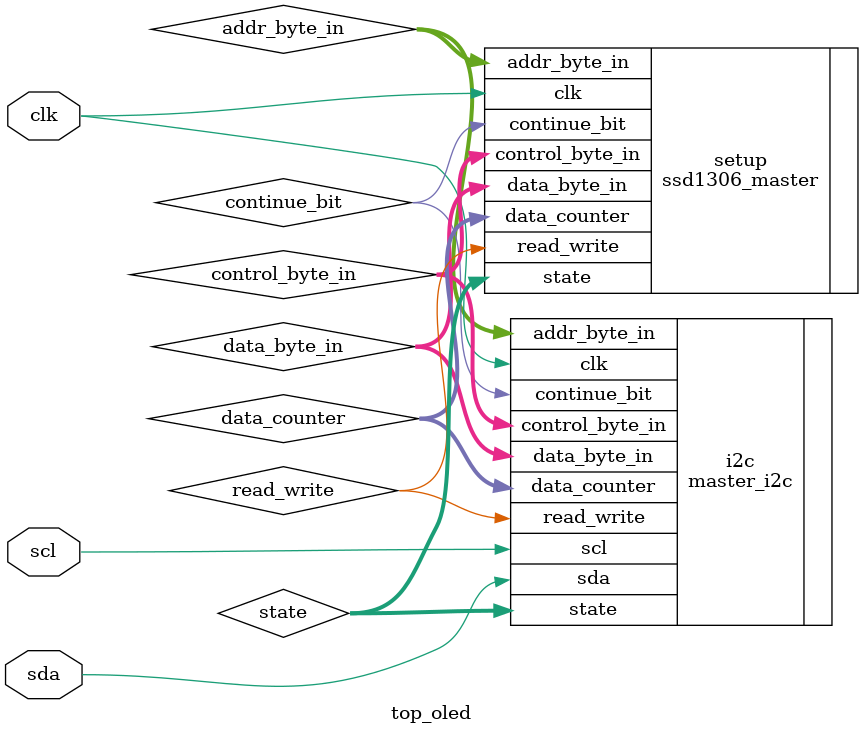
<source format=v>
`include "src/oled_i2c_128x32/master_i2c.v"
`include "src/oled_i2c_128x32/ssd1306_master.v"

`timescale 1ns / 1ps // time scale - temporal precision

module top_oled (
    input clk,
    inout wire sda,
    inout wire scl
);

	wire [6:0] addr_byte_in;
    wire read_write;
    wire [7:0] control_byte_in;
    wire [7:0] data_byte_in;
	wire continue_bit;
    wire [3:0] state;
	wire [9:0] data_counter;

    master_i2c i2c (
		.clk(clk),
		.addr_byte_in(addr_byte_in),
		.read_write(read_write),
		.control_byte_in(control_byte_in),
		.data_byte_in(data_byte_in),
		.continue_bit(continue_bit),
		.sda(sda), 
		.scl(scl),
		.state(state),
		.data_counter(data_counter)
	);

    ssd1306_master setup (
        .clk(clk),
        .state(state),
		.data_counter(data_counter),
        .addr_byte_in(addr_byte_in),
		.read_write(read_write),
		.control_byte_in(control_byte_in),
		.data_byte_in(data_byte_in),
		.continue_bit(continue_bit)
    );

endmodule
</source>
